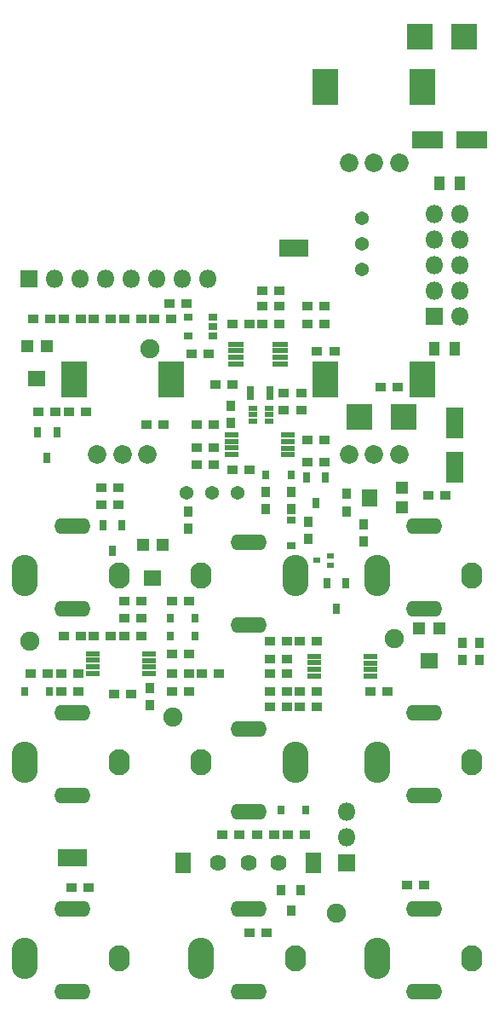
<source format=gbs>
G04 #@! TF.FileFunction,Soldermask,Bot*
%FSLAX46Y46*%
G04 Gerber Fmt 4.6, Leading zero omitted, Abs format (unit mm)*
G04 Created by KiCad (PCBNEW 4.0.2-stable) date 2019-03-28 2:43:53 PM*
%MOMM*%
G01*
G04 APERTURE LIST*
%ADD10C,0.200000*%
%ADD11R,1.400480X0.500000*%
%ADD12R,0.897560X0.498780*%
%ADD13R,1.800000X1.800000*%
%ADD14O,1.800000X1.800000*%
%ADD15R,3.099740X1.700200*%
%ADD16R,1.700200X3.099740*%
%ADD17R,2.497760X2.497760*%
%ADD18R,0.801040X1.100760*%
%ADD19R,0.709600X0.862000*%
%ADD20R,0.862000X0.709600*%
%ADD21R,1.100000X1.350000*%
%ADD22O,2.600000X4.100000*%
%ADD23O,2.100000X2.600000*%
%ADD24O,3.600000X1.600000*%
%ADD25R,0.900000X1.000000*%
%ADD26R,0.700000X0.600000*%
%ADD27C,1.624000*%
%ADD28R,1.600000X2.100000*%
%ADD29R,2.900000X1.700000*%
%ADD30C,1.900000*%
%ADD31R,1.550000X0.550000*%
%ADD32R,0.900000X0.650000*%
%ADD33R,1.700000X1.600000*%
%ADD34R,1.300000X1.300000*%
%ADD35C,1.370000*%
%ADD36R,1.600000X1.700000*%
%ADD37R,1.000000X0.900000*%
%ADD38R,2.600000X3.600000*%
%ADD39C,1.850000*%
%ADD40R,0.800000X1.400000*%
G04 APERTURE END LIST*
D10*
D11*
X119944000Y-85794600D03*
X119944000Y-86429600D03*
X119944000Y-87090000D03*
X119944000Y-87725000D03*
X114356000Y-87725000D03*
X114356000Y-87077300D03*
X114356000Y-86429600D03*
X114356000Y-85781900D03*
X100556000Y-109455400D03*
X100556000Y-108820400D03*
X100556000Y-108160000D03*
X100556000Y-107525000D03*
X106144000Y-107525000D03*
X106144000Y-108172700D03*
X106144000Y-108820400D03*
X106144000Y-109468100D03*
X122556000Y-109705400D03*
X122556000Y-109070400D03*
X122556000Y-108410000D03*
X122556000Y-107775000D03*
X128144000Y-107775000D03*
X128144000Y-108422700D03*
X128144000Y-109070400D03*
X128144000Y-109718100D03*
D12*
X116452440Y-84397700D03*
X116452440Y-83750000D03*
X116452440Y-83102300D03*
X118047560Y-83102300D03*
X118047560Y-83750000D03*
X118047560Y-84397700D03*
D13*
X94220000Y-70250000D03*
D14*
X96760000Y-70250000D03*
X99300000Y-70250000D03*
X101840000Y-70250000D03*
X104380000Y-70250000D03*
X106920000Y-70250000D03*
X109460000Y-70250000D03*
X112000000Y-70250000D03*
D15*
X133800360Y-56500000D03*
X138199640Y-56500000D03*
D16*
X136500000Y-88949640D03*
X136500000Y-84550360D03*
D17*
X137449640Y-46250000D03*
X133050360Y-46250000D03*
X131449640Y-84000000D03*
X127050360Y-84000000D03*
D18*
X96000000Y-88020000D03*
X96952500Y-85480000D03*
X95047500Y-85480000D03*
X102500000Y-97270000D03*
X103452500Y-94730000D03*
X101547500Y-94730000D03*
D19*
X121744600Y-123000000D03*
X119255400Y-123000000D03*
D20*
X120250000Y-96744600D03*
X120250000Y-94255400D03*
D19*
X120244600Y-89750000D03*
X117755400Y-89750000D03*
X110744600Y-105750000D03*
X108255400Y-105750000D03*
X108255400Y-104000000D03*
X110744600Y-104000000D03*
X93755400Y-111250000D03*
X96244600Y-111250000D03*
D21*
X137000000Y-60750000D03*
X135000000Y-60750000D03*
X134500000Y-77250000D03*
X136500000Y-77250000D03*
D22*
X120700000Y-118250000D03*
D23*
X111300000Y-118250000D03*
D24*
X116000000Y-123150000D03*
X116000000Y-114950000D03*
D22*
X93800000Y-99750000D03*
D23*
X103200000Y-99750000D03*
D24*
X98500000Y-94850000D03*
X98500000Y-103050000D03*
D22*
X120700000Y-99750000D03*
D23*
X111300000Y-99750000D03*
D24*
X116000000Y-104650000D03*
X116000000Y-96450000D03*
D22*
X128800000Y-99750000D03*
D23*
X138200000Y-99750000D03*
D24*
X133500000Y-94850000D03*
X133500000Y-103050000D03*
D22*
X93800000Y-118250000D03*
D23*
X103200000Y-118250000D03*
D24*
X98500000Y-113350000D03*
X98500000Y-121550000D03*
D22*
X128800000Y-118250000D03*
D23*
X138200000Y-118250000D03*
D24*
X133500000Y-113350000D03*
X133500000Y-121550000D03*
D22*
X128800000Y-137750000D03*
D23*
X138200000Y-137750000D03*
D24*
X133500000Y-132850000D03*
X133500000Y-141050000D03*
D22*
X93800000Y-137750000D03*
D23*
X103200000Y-137750000D03*
D24*
X98500000Y-132850000D03*
X98500000Y-141050000D03*
D22*
X111300000Y-137750000D03*
D23*
X120700000Y-137750000D03*
D24*
X116000000Y-132850000D03*
X116000000Y-141050000D03*
D13*
X134500000Y-74000000D03*
D14*
X137040000Y-74000000D03*
X134500000Y-71460000D03*
X137040000Y-71460000D03*
X134500000Y-68920000D03*
X137040000Y-68920000D03*
X134500000Y-66380000D03*
X137040000Y-66380000D03*
X134500000Y-63840000D03*
X137040000Y-63840000D03*
D13*
X125750000Y-128250000D03*
D14*
X125750000Y-125710000D03*
X125750000Y-123170000D03*
D25*
X119300000Y-131000000D03*
X121200000Y-131000000D03*
X120250000Y-133000000D03*
D18*
X122750000Y-92520000D03*
X123702500Y-89980000D03*
X121797500Y-89980000D03*
D26*
X122850000Y-98250000D03*
X124150000Y-97750000D03*
X124150000Y-98750000D03*
D18*
X124750000Y-103020000D03*
X125702500Y-100480000D03*
X123797500Y-100480000D03*
D27*
X119000000Y-128250000D03*
X116000000Y-128250000D03*
X113000000Y-128250000D03*
D28*
X122500000Y-128250000D03*
X109500000Y-128250000D03*
D29*
X120500000Y-67250000D03*
X98500000Y-127750000D03*
D30*
X106250000Y-77250000D03*
X130500000Y-106000000D03*
X94250000Y-106250000D03*
X124750000Y-133250000D03*
X108500000Y-113750000D03*
D31*
X114800000Y-78725000D03*
X114800000Y-78075000D03*
X114800000Y-77425000D03*
X114800000Y-76775000D03*
X119200000Y-76775000D03*
X119200000Y-77425000D03*
X119200000Y-78075000D03*
X119200000Y-78725000D03*
D32*
X112450000Y-75000000D03*
X112450000Y-74050000D03*
X112450000Y-75950000D03*
X110050000Y-74050000D03*
X110050000Y-75950000D03*
D33*
X95000000Y-80200000D03*
D34*
X94000000Y-76950000D03*
X96000000Y-76950000D03*
D35*
X127300000Y-66800000D03*
X127300000Y-69340000D03*
X127300000Y-64260000D03*
X112400000Y-91550000D03*
X109860000Y-91550000D03*
X114940000Y-91550000D03*
D33*
X134000000Y-108200000D03*
D34*
X133000000Y-104950000D03*
X135000000Y-104950000D03*
D33*
X106500000Y-99950000D03*
D34*
X105500000Y-96700000D03*
X107500000Y-96700000D03*
D36*
X128050000Y-92000000D03*
D34*
X131300000Y-91000000D03*
X131300000Y-93000000D03*
D25*
X120250000Y-93100000D03*
X120250000Y-91400000D03*
D37*
X106650000Y-74250000D03*
X108350000Y-74250000D03*
X103650000Y-74250000D03*
X105350000Y-74250000D03*
X96850000Y-83500000D03*
X95150000Y-83500000D03*
X101400000Y-92750000D03*
X103100000Y-92750000D03*
X100650000Y-74250000D03*
X102350000Y-74250000D03*
X97650000Y-74250000D03*
X99350000Y-74250000D03*
X121600000Y-125500000D03*
X119900000Y-125500000D03*
X94650000Y-74250000D03*
X96350000Y-74250000D03*
X113400000Y-125500000D03*
X115100000Y-125500000D03*
X110400000Y-77750000D03*
X112100000Y-77750000D03*
D25*
X110000000Y-95100000D03*
X110000000Y-93400000D03*
D37*
X119100000Y-71500000D03*
X117400000Y-71500000D03*
X105900000Y-84750000D03*
X107600000Y-84750000D03*
X119100000Y-73000000D03*
X117400000Y-73000000D03*
X110900000Y-84750000D03*
X112600000Y-84750000D03*
X112750000Y-80800000D03*
X114450000Y-80800000D03*
X121900000Y-73000000D03*
X123600000Y-73000000D03*
X121250000Y-83300000D03*
X119550000Y-83300000D03*
D25*
X137250000Y-108100000D03*
X137250000Y-106400000D03*
D37*
X121900000Y-86250000D03*
X123600000Y-86250000D03*
X105350000Y-104000000D03*
X103650000Y-104000000D03*
X105350000Y-105750000D03*
X103650000Y-105750000D03*
X102350000Y-105750000D03*
X100650000Y-105750000D03*
X104350000Y-111500000D03*
X102650000Y-111500000D03*
X105350000Y-102250000D03*
X103650000Y-102250000D03*
D25*
X122000000Y-94400000D03*
X122000000Y-96100000D03*
X117750000Y-93100000D03*
X117750000Y-91400000D03*
D37*
X119850000Y-106250000D03*
X118150000Y-106250000D03*
D25*
X125750000Y-91650000D03*
X125750000Y-93350000D03*
D37*
X96100000Y-109500000D03*
X94400000Y-109500000D03*
X119850000Y-109500000D03*
X118150000Y-109500000D03*
D25*
X127500000Y-94650000D03*
X127500000Y-96350000D03*
D37*
X135600000Y-91750000D03*
X133900000Y-91750000D03*
X110900000Y-87000000D03*
X112600000Y-87000000D03*
X118150000Y-108000000D03*
X119850000Y-108000000D03*
X97400000Y-109500000D03*
X99100000Y-109500000D03*
X112600000Y-88750000D03*
X110900000Y-88750000D03*
X117850000Y-135250000D03*
X116150000Y-135250000D03*
X99100000Y-111250000D03*
X97400000Y-111250000D03*
X110100000Y-102250000D03*
X108400000Y-102250000D03*
X119850000Y-112750000D03*
X118150000Y-112750000D03*
X118150000Y-111250000D03*
X119850000Y-111250000D03*
X110100000Y-107500000D03*
X108400000Y-107500000D03*
X113100000Y-109500000D03*
X111400000Y-109500000D03*
X121150000Y-112750000D03*
X122850000Y-112750000D03*
X110100000Y-109500000D03*
X108400000Y-109500000D03*
X131750000Y-130500000D03*
X133450000Y-130500000D03*
X100100000Y-130750000D03*
X98400000Y-130750000D03*
X110100000Y-111250000D03*
X108400000Y-111250000D03*
X121150000Y-111250000D03*
X122850000Y-111250000D03*
X116100000Y-89250000D03*
X114400000Y-89250000D03*
X123600000Y-88500000D03*
X121900000Y-88500000D03*
D25*
X139000000Y-106400000D03*
X139000000Y-108100000D03*
D37*
X121900000Y-74750000D03*
X123600000Y-74750000D03*
X119100000Y-74750000D03*
X117400000Y-74750000D03*
X116900000Y-125500000D03*
X118600000Y-125500000D03*
X103100000Y-91000000D03*
X101400000Y-91000000D03*
D25*
X106250000Y-110900000D03*
X106250000Y-112600000D03*
D37*
X97650000Y-105750000D03*
X99350000Y-105750000D03*
X128150000Y-111250000D03*
X129850000Y-111250000D03*
X121150000Y-106250000D03*
X122850000Y-106250000D03*
X98150000Y-83500000D03*
X99850000Y-83500000D03*
X129150000Y-81000000D03*
X130850000Y-81000000D03*
D25*
X114250000Y-84600000D03*
X114250000Y-82900000D03*
D37*
X116100000Y-74750000D03*
X114400000Y-74750000D03*
X122850000Y-77500000D03*
X124550000Y-77500000D03*
X109850000Y-72750000D03*
X108150000Y-72750000D03*
D38*
X133300000Y-80250000D03*
X123700000Y-80250000D03*
D39*
X131000000Y-87750000D03*
X128500000Y-87750000D03*
X126000000Y-87750000D03*
D38*
X108300000Y-80250000D03*
X98700000Y-80250000D03*
D39*
X106000000Y-87750000D03*
X103500000Y-87750000D03*
X101000000Y-87750000D03*
D38*
X133300000Y-51250000D03*
X123700000Y-51250000D03*
D39*
X131000000Y-58750000D03*
X128500000Y-58750000D03*
X126000000Y-58750000D03*
D37*
X121250000Y-81600000D03*
X119550000Y-81600000D03*
D40*
X116250000Y-81600000D03*
X118150000Y-81600000D03*
M02*

</source>
